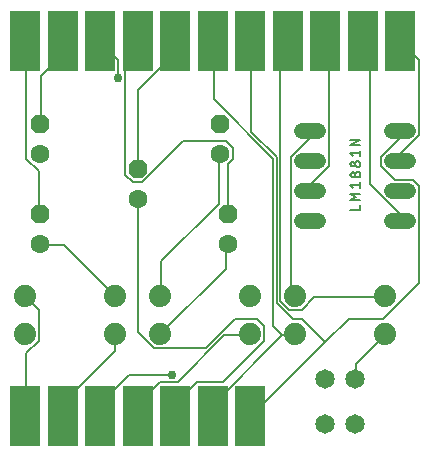
<source format=gbr>
G04 EAGLE Gerber RS-274X export*
G75*
%MOMM*%
%FSLAX34Y34*%
%LPD*%
%INTop Copper*%
%IPPOS*%
%AMOC8*
5,1,8,0,0,1.08239X$1,22.5*%
G01*
%ADD10P,1.732040X8X112.500000*%
%ADD11C,1.600200*%
%ADD12C,1.320800*%
%ADD13C,0.152400*%
%ADD14C,1.879600*%
%ADD15C,1.651000*%
%ADD16R,2.540000X5.080000*%
%ADD17C,0.756400*%


D10*
X184150Y400050D03*
D11*
X184150Y374650D03*
D12*
X323596Y431800D02*
X336804Y431800D01*
X336804Y406400D02*
X323596Y406400D01*
X323596Y381000D02*
X336804Y381000D01*
X336804Y355600D02*
X323596Y355600D01*
X399796Y355600D02*
X413004Y355600D01*
X413004Y381000D02*
X399796Y381000D01*
X399796Y406400D02*
X413004Y406400D01*
X413004Y431800D02*
X399796Y431800D01*
D13*
X372712Y365405D02*
X364236Y365405D01*
X372712Y365405D02*
X372712Y369172D01*
X372712Y373308D02*
X364236Y373308D01*
X368945Y376134D01*
X364236Y378959D01*
X372712Y378959D01*
X366120Y383679D02*
X364236Y386034D01*
X372712Y386034D01*
X372712Y388388D02*
X372712Y383679D01*
X370358Y392680D02*
X370262Y392682D01*
X370166Y392688D01*
X370071Y392698D01*
X369976Y392711D01*
X369881Y392729D01*
X369787Y392750D01*
X369695Y392775D01*
X369603Y392804D01*
X369513Y392837D01*
X369424Y392873D01*
X369337Y392913D01*
X369251Y392957D01*
X369167Y393003D01*
X369085Y393054D01*
X369006Y393107D01*
X368928Y393164D01*
X368853Y393224D01*
X368780Y393287D01*
X368711Y393353D01*
X368643Y393421D01*
X368579Y393492D01*
X368518Y393566D01*
X368459Y393643D01*
X368404Y393721D01*
X368352Y393802D01*
X368304Y393885D01*
X368258Y393970D01*
X368217Y394056D01*
X368179Y394144D01*
X368144Y394234D01*
X368113Y394325D01*
X368086Y394417D01*
X368063Y394510D01*
X368044Y394604D01*
X368028Y394699D01*
X368016Y394794D01*
X368008Y394890D01*
X368004Y394986D01*
X368004Y395082D01*
X368008Y395178D01*
X368016Y395274D01*
X368028Y395369D01*
X368044Y395464D01*
X368063Y395558D01*
X368086Y395651D01*
X368113Y395743D01*
X368144Y395834D01*
X368179Y395924D01*
X368217Y396012D01*
X368258Y396098D01*
X368304Y396183D01*
X368352Y396266D01*
X368404Y396347D01*
X368459Y396425D01*
X368518Y396502D01*
X368579Y396576D01*
X368643Y396647D01*
X368711Y396715D01*
X368780Y396781D01*
X368853Y396844D01*
X368928Y396904D01*
X369006Y396961D01*
X369085Y397014D01*
X369167Y397065D01*
X369251Y397111D01*
X369337Y397155D01*
X369424Y397195D01*
X369513Y397231D01*
X369603Y397264D01*
X369695Y397293D01*
X369787Y397318D01*
X369881Y397339D01*
X369976Y397357D01*
X370071Y397370D01*
X370166Y397380D01*
X370262Y397386D01*
X370358Y397388D01*
X370454Y397386D01*
X370550Y397380D01*
X370645Y397370D01*
X370740Y397357D01*
X370835Y397339D01*
X370929Y397318D01*
X371021Y397293D01*
X371113Y397264D01*
X371203Y397231D01*
X371292Y397195D01*
X371379Y397155D01*
X371465Y397111D01*
X371549Y397065D01*
X371631Y397014D01*
X371710Y396961D01*
X371788Y396904D01*
X371863Y396844D01*
X371936Y396781D01*
X372005Y396715D01*
X372073Y396647D01*
X372137Y396576D01*
X372198Y396502D01*
X372257Y396425D01*
X372312Y396347D01*
X372364Y396266D01*
X372412Y396183D01*
X372458Y396098D01*
X372499Y396012D01*
X372537Y395924D01*
X372572Y395834D01*
X372603Y395743D01*
X372630Y395651D01*
X372653Y395558D01*
X372672Y395464D01*
X372688Y395369D01*
X372700Y395274D01*
X372708Y395178D01*
X372712Y395082D01*
X372712Y394986D01*
X372708Y394890D01*
X372700Y394794D01*
X372688Y394699D01*
X372672Y394604D01*
X372653Y394510D01*
X372630Y394417D01*
X372603Y394325D01*
X372572Y394234D01*
X372537Y394144D01*
X372499Y394056D01*
X372458Y393970D01*
X372412Y393885D01*
X372364Y393802D01*
X372312Y393721D01*
X372257Y393643D01*
X372198Y393566D01*
X372137Y393492D01*
X372073Y393421D01*
X372005Y393353D01*
X371936Y393287D01*
X371863Y393224D01*
X371788Y393164D01*
X371710Y393107D01*
X371631Y393054D01*
X371549Y393003D01*
X371465Y392957D01*
X371379Y392913D01*
X371292Y392873D01*
X371203Y392837D01*
X371113Y392804D01*
X371021Y392775D01*
X370929Y392750D01*
X370835Y392729D01*
X370740Y392711D01*
X370645Y392698D01*
X370550Y392688D01*
X370454Y392682D01*
X370358Y392680D01*
X366120Y393150D02*
X366034Y393152D01*
X365949Y393158D01*
X365863Y393168D01*
X365779Y393181D01*
X365695Y393199D01*
X365612Y393220D01*
X365530Y393245D01*
X365449Y393274D01*
X365369Y393306D01*
X365292Y393342D01*
X365215Y393381D01*
X365141Y393424D01*
X365069Y393470D01*
X364999Y393520D01*
X364931Y393573D01*
X364866Y393628D01*
X364803Y393687D01*
X364743Y393748D01*
X364686Y393812D01*
X364632Y393879D01*
X364581Y393948D01*
X364533Y394019D01*
X364488Y394092D01*
X364447Y394167D01*
X364410Y394244D01*
X364375Y394323D01*
X364345Y394403D01*
X364318Y394485D01*
X364295Y394567D01*
X364275Y394651D01*
X364260Y394735D01*
X364248Y394820D01*
X364240Y394905D01*
X364236Y394991D01*
X364236Y395077D01*
X364240Y395163D01*
X364248Y395248D01*
X364260Y395333D01*
X364275Y395417D01*
X364295Y395501D01*
X364318Y395583D01*
X364345Y395665D01*
X364375Y395745D01*
X364410Y395824D01*
X364447Y395901D01*
X364488Y395976D01*
X364533Y396049D01*
X364581Y396120D01*
X364632Y396189D01*
X364686Y396256D01*
X364743Y396320D01*
X364803Y396381D01*
X364866Y396440D01*
X364931Y396495D01*
X364999Y396548D01*
X365069Y396598D01*
X365141Y396644D01*
X365215Y396687D01*
X365292Y396726D01*
X365369Y396762D01*
X365449Y396794D01*
X365530Y396823D01*
X365612Y396848D01*
X365695Y396869D01*
X365779Y396887D01*
X365863Y396900D01*
X365949Y396910D01*
X366034Y396916D01*
X366120Y396918D01*
X366206Y396916D01*
X366291Y396910D01*
X366377Y396900D01*
X366461Y396887D01*
X366545Y396869D01*
X366628Y396848D01*
X366710Y396823D01*
X366791Y396794D01*
X366871Y396762D01*
X366948Y396726D01*
X367025Y396687D01*
X367099Y396644D01*
X367171Y396598D01*
X367241Y396548D01*
X367309Y396495D01*
X367374Y396440D01*
X367437Y396381D01*
X367497Y396320D01*
X367554Y396256D01*
X367608Y396189D01*
X367659Y396120D01*
X367707Y396049D01*
X367752Y395976D01*
X367793Y395901D01*
X367830Y395824D01*
X367865Y395745D01*
X367895Y395665D01*
X367922Y395583D01*
X367945Y395501D01*
X367965Y395417D01*
X367980Y395333D01*
X367992Y395248D01*
X368000Y395163D01*
X368004Y395077D01*
X368004Y394991D01*
X368000Y394905D01*
X367992Y394820D01*
X367980Y394735D01*
X367965Y394651D01*
X367945Y394567D01*
X367922Y394485D01*
X367895Y394403D01*
X367865Y394323D01*
X367830Y394244D01*
X367793Y394167D01*
X367752Y394092D01*
X367707Y394019D01*
X367659Y393948D01*
X367608Y393879D01*
X367554Y393812D01*
X367497Y393748D01*
X367437Y393687D01*
X367374Y393628D01*
X367309Y393573D01*
X367241Y393520D01*
X367171Y393470D01*
X367099Y393424D01*
X367025Y393381D01*
X366948Y393342D01*
X366871Y393306D01*
X366791Y393274D01*
X366710Y393245D01*
X366628Y393220D01*
X366545Y393199D01*
X366461Y393181D01*
X366377Y393168D01*
X366291Y393158D01*
X366206Y393152D01*
X366120Y393150D01*
X370358Y401680D02*
X370262Y401682D01*
X370166Y401688D01*
X370071Y401698D01*
X369976Y401711D01*
X369881Y401729D01*
X369787Y401750D01*
X369695Y401775D01*
X369603Y401804D01*
X369513Y401837D01*
X369424Y401873D01*
X369337Y401913D01*
X369251Y401957D01*
X369167Y402003D01*
X369085Y402054D01*
X369006Y402107D01*
X368928Y402164D01*
X368853Y402224D01*
X368780Y402287D01*
X368711Y402353D01*
X368643Y402421D01*
X368579Y402492D01*
X368518Y402566D01*
X368459Y402643D01*
X368404Y402721D01*
X368352Y402802D01*
X368304Y402885D01*
X368258Y402970D01*
X368217Y403056D01*
X368179Y403144D01*
X368144Y403234D01*
X368113Y403325D01*
X368086Y403417D01*
X368063Y403510D01*
X368044Y403604D01*
X368028Y403699D01*
X368016Y403794D01*
X368008Y403890D01*
X368004Y403986D01*
X368004Y404082D01*
X368008Y404178D01*
X368016Y404274D01*
X368028Y404369D01*
X368044Y404464D01*
X368063Y404558D01*
X368086Y404651D01*
X368113Y404743D01*
X368144Y404834D01*
X368179Y404924D01*
X368217Y405012D01*
X368258Y405098D01*
X368304Y405183D01*
X368352Y405266D01*
X368404Y405347D01*
X368459Y405425D01*
X368518Y405502D01*
X368579Y405576D01*
X368643Y405647D01*
X368711Y405715D01*
X368780Y405781D01*
X368853Y405844D01*
X368928Y405904D01*
X369006Y405961D01*
X369085Y406014D01*
X369167Y406065D01*
X369251Y406111D01*
X369337Y406155D01*
X369424Y406195D01*
X369513Y406231D01*
X369603Y406264D01*
X369695Y406293D01*
X369787Y406318D01*
X369881Y406339D01*
X369976Y406357D01*
X370071Y406370D01*
X370166Y406380D01*
X370262Y406386D01*
X370358Y406388D01*
X370454Y406386D01*
X370550Y406380D01*
X370645Y406370D01*
X370740Y406357D01*
X370835Y406339D01*
X370929Y406318D01*
X371021Y406293D01*
X371113Y406264D01*
X371203Y406231D01*
X371292Y406195D01*
X371379Y406155D01*
X371465Y406111D01*
X371549Y406065D01*
X371631Y406014D01*
X371710Y405961D01*
X371788Y405904D01*
X371863Y405844D01*
X371936Y405781D01*
X372005Y405715D01*
X372073Y405647D01*
X372137Y405576D01*
X372198Y405502D01*
X372257Y405425D01*
X372312Y405347D01*
X372364Y405266D01*
X372412Y405183D01*
X372458Y405098D01*
X372499Y405012D01*
X372537Y404924D01*
X372572Y404834D01*
X372603Y404743D01*
X372630Y404651D01*
X372653Y404558D01*
X372672Y404464D01*
X372688Y404369D01*
X372700Y404274D01*
X372708Y404178D01*
X372712Y404082D01*
X372712Y403986D01*
X372708Y403890D01*
X372700Y403794D01*
X372688Y403699D01*
X372672Y403604D01*
X372653Y403510D01*
X372630Y403417D01*
X372603Y403325D01*
X372572Y403234D01*
X372537Y403144D01*
X372499Y403056D01*
X372458Y402970D01*
X372412Y402885D01*
X372364Y402802D01*
X372312Y402721D01*
X372257Y402643D01*
X372198Y402566D01*
X372137Y402492D01*
X372073Y402421D01*
X372005Y402353D01*
X371936Y402287D01*
X371863Y402224D01*
X371788Y402164D01*
X371710Y402107D01*
X371631Y402054D01*
X371549Y402003D01*
X371465Y401957D01*
X371379Y401913D01*
X371292Y401873D01*
X371203Y401837D01*
X371113Y401804D01*
X371021Y401775D01*
X370929Y401750D01*
X370835Y401729D01*
X370740Y401711D01*
X370645Y401698D01*
X370550Y401688D01*
X370454Y401682D01*
X370358Y401680D01*
X366120Y402150D02*
X366034Y402152D01*
X365949Y402158D01*
X365863Y402168D01*
X365779Y402181D01*
X365695Y402199D01*
X365612Y402220D01*
X365530Y402245D01*
X365449Y402274D01*
X365369Y402306D01*
X365292Y402342D01*
X365215Y402381D01*
X365141Y402424D01*
X365069Y402470D01*
X364999Y402520D01*
X364931Y402573D01*
X364866Y402628D01*
X364803Y402687D01*
X364743Y402748D01*
X364686Y402812D01*
X364632Y402879D01*
X364581Y402948D01*
X364533Y403019D01*
X364488Y403092D01*
X364447Y403167D01*
X364410Y403244D01*
X364375Y403323D01*
X364345Y403403D01*
X364318Y403485D01*
X364295Y403567D01*
X364275Y403651D01*
X364260Y403735D01*
X364248Y403820D01*
X364240Y403905D01*
X364236Y403991D01*
X364236Y404077D01*
X364240Y404163D01*
X364248Y404248D01*
X364260Y404333D01*
X364275Y404417D01*
X364295Y404501D01*
X364318Y404583D01*
X364345Y404665D01*
X364375Y404745D01*
X364410Y404824D01*
X364447Y404901D01*
X364488Y404976D01*
X364533Y405049D01*
X364581Y405120D01*
X364632Y405189D01*
X364686Y405256D01*
X364743Y405320D01*
X364803Y405381D01*
X364866Y405440D01*
X364931Y405495D01*
X364999Y405548D01*
X365069Y405598D01*
X365141Y405644D01*
X365215Y405687D01*
X365292Y405726D01*
X365369Y405762D01*
X365449Y405794D01*
X365530Y405823D01*
X365612Y405848D01*
X365695Y405869D01*
X365779Y405887D01*
X365863Y405900D01*
X365949Y405910D01*
X366034Y405916D01*
X366120Y405918D01*
X366206Y405916D01*
X366291Y405910D01*
X366377Y405900D01*
X366461Y405887D01*
X366545Y405869D01*
X366628Y405848D01*
X366710Y405823D01*
X366791Y405794D01*
X366871Y405762D01*
X366948Y405726D01*
X367025Y405687D01*
X367099Y405644D01*
X367171Y405598D01*
X367241Y405548D01*
X367309Y405495D01*
X367374Y405440D01*
X367437Y405381D01*
X367497Y405320D01*
X367554Y405256D01*
X367608Y405189D01*
X367659Y405120D01*
X367707Y405049D01*
X367752Y404976D01*
X367793Y404901D01*
X367830Y404824D01*
X367865Y404745D01*
X367895Y404665D01*
X367922Y404583D01*
X367945Y404501D01*
X367965Y404417D01*
X367980Y404333D01*
X367992Y404248D01*
X368000Y404163D01*
X368004Y404077D01*
X368004Y403991D01*
X368000Y403905D01*
X367992Y403820D01*
X367980Y403735D01*
X367965Y403651D01*
X367945Y403567D01*
X367922Y403485D01*
X367895Y403403D01*
X367865Y403323D01*
X367830Y403244D01*
X367793Y403167D01*
X367752Y403092D01*
X367707Y403019D01*
X367659Y402948D01*
X367608Y402879D01*
X367554Y402812D01*
X367497Y402748D01*
X367437Y402687D01*
X367374Y402628D01*
X367309Y402573D01*
X367241Y402520D01*
X367171Y402470D01*
X367099Y402424D01*
X367025Y402381D01*
X366948Y402342D01*
X366871Y402306D01*
X366791Y402274D01*
X366710Y402245D01*
X366628Y402220D01*
X366545Y402199D01*
X366461Y402181D01*
X366377Y402168D01*
X366291Y402158D01*
X366206Y402152D01*
X366120Y402150D01*
X366120Y410679D02*
X364236Y413034D01*
X372712Y413034D01*
X372712Y415388D02*
X372712Y410679D01*
X372712Y419979D02*
X364236Y419979D01*
X372712Y424688D01*
X364236Y424688D01*
D14*
X165100Y292100D03*
X88900Y292100D03*
X165100Y260350D03*
X88900Y260350D03*
X279400Y292100D03*
X203200Y292100D03*
X279400Y260350D03*
X203200Y260350D03*
X317500Y260350D03*
X393700Y260350D03*
X317500Y292100D03*
X393700Y292100D03*
D15*
X368300Y222250D03*
X342900Y222250D03*
D10*
X101600Y438150D03*
D11*
X101600Y412750D03*
D10*
X254000Y438150D03*
D11*
X254000Y412750D03*
D10*
X101600Y361950D03*
D11*
X101600Y336550D03*
D10*
X260350Y361950D03*
D11*
X260350Y336550D03*
D16*
X88900Y190500D03*
X120650Y190500D03*
X152400Y190500D03*
X184150Y190500D03*
X215900Y190500D03*
X279400Y190500D03*
X247650Y190500D03*
X88900Y508000D03*
X120650Y508000D03*
X152400Y508000D03*
X184150Y508000D03*
X215900Y508000D03*
X279400Y508000D03*
X247650Y508000D03*
X311150Y508000D03*
X342900Y508000D03*
X374650Y508000D03*
X406400Y508000D03*
D15*
X342900Y184150D03*
X368300Y184150D03*
D13*
X121920Y335280D02*
X102108Y335280D01*
X121920Y335280D02*
X165100Y292100D01*
X102108Y335280D02*
X101600Y336550D01*
X100584Y362712D02*
X100584Y397764D01*
X89916Y408432D01*
X89916Y507492D01*
X100584Y362712D02*
X101600Y361950D01*
X89916Y507492D02*
X88900Y508000D01*
X102108Y478536D02*
X102108Y438912D01*
X102108Y478536D02*
X120396Y496824D01*
X120396Y507492D01*
X102108Y438912D02*
X101600Y438150D01*
X120396Y507492D02*
X120650Y508000D01*
X167640Y492252D02*
X167640Y477012D01*
X167640Y492252D02*
X152400Y507492D01*
X152400Y508000D01*
D17*
X167640Y477012D03*
D13*
X259080Y335280D02*
X259080Y315468D01*
X204216Y260604D01*
X259080Y335280D02*
X260350Y336550D01*
X204216Y260604D02*
X203200Y260350D01*
X260604Y362712D02*
X260604Y403860D01*
X265176Y408432D01*
X265176Y417576D01*
X259080Y423672D01*
X222504Y423672D01*
X187452Y388620D01*
X179832Y388620D01*
X173736Y394716D01*
X173736Y498348D01*
X182880Y507492D01*
X260604Y362712D02*
X260350Y361950D01*
X184150Y508000D02*
X182880Y507492D01*
X184404Y373380D02*
X184404Y262128D01*
X198120Y248412D01*
X242316Y248412D01*
X266700Y272796D01*
X284988Y272796D01*
X291084Y266700D01*
X291084Y254508D01*
X256032Y219456D01*
X234696Y219456D01*
X216408Y201168D01*
X216408Y190500D01*
X184404Y373380D02*
X184150Y374650D01*
X215900Y190500D02*
X216408Y190500D01*
X184404Y400812D02*
X184404Y466344D01*
X214884Y496824D01*
X214884Y507492D01*
X184404Y400812D02*
X184150Y400050D01*
X214884Y507492D02*
X215900Y508000D01*
X248412Y201168D02*
X248412Y190500D01*
X248412Y201168D02*
X306324Y259080D01*
X316992Y259080D01*
X248412Y190500D02*
X247650Y190500D01*
X316992Y259080D02*
X317500Y260350D01*
X248412Y458724D02*
X248412Y507492D01*
X248412Y458724D02*
X298704Y408432D01*
X298704Y266700D01*
X306324Y259080D01*
X248412Y507492D02*
X247650Y508000D01*
X405384Y431292D02*
X405384Y425196D01*
X390144Y409956D01*
X390144Y402336D01*
X402336Y390144D01*
X417576Y390144D01*
X422148Y385572D01*
X422148Y303276D01*
X391668Y272796D01*
X362712Y272796D01*
X342900Y252984D02*
X280416Y190500D01*
X342900Y252984D02*
X362712Y272796D01*
X405384Y431292D02*
X406400Y431800D01*
X280416Y190500D02*
X279400Y190500D01*
X280416Y431292D02*
X280416Y507492D01*
X280416Y431292D02*
X301752Y409956D01*
X301752Y286512D01*
X315468Y272796D01*
X323088Y272796D01*
X342900Y252984D01*
X280416Y507492D02*
X279400Y508000D01*
X333756Y291084D02*
X393192Y291084D01*
X333756Y291084D02*
X323088Y280416D01*
X312420Y280416D01*
X304800Y288036D01*
X304800Y501396D01*
X310896Y507492D01*
X393700Y292100D02*
X393192Y291084D01*
X310896Y507492D02*
X311150Y508000D01*
X330708Y387096D02*
X330708Y381000D01*
X330708Y387096D02*
X345948Y402336D01*
X345948Y504444D01*
X342900Y507492D01*
X330708Y381000D02*
X330200Y381000D01*
X342900Y507492D02*
X342900Y508000D01*
X405384Y362712D02*
X405384Y356616D01*
X405384Y362712D02*
X381000Y387096D01*
X381000Y501396D01*
X374904Y507492D01*
X405384Y356616D02*
X406400Y355600D01*
X374904Y507492D02*
X374650Y508000D01*
X406908Y413004D02*
X406908Y406908D01*
X406908Y413004D02*
X422148Y428244D01*
X422148Y492252D01*
X406400Y508000D01*
X406908Y406908D02*
X406400Y406400D01*
X368808Y234696D02*
X368808Y222504D01*
X368808Y234696D02*
X393192Y259080D01*
X368808Y222504D02*
X368300Y222250D01*
X393192Y259080D02*
X393700Y260350D01*
X89916Y243840D02*
X89916Y190500D01*
X89916Y243840D02*
X100584Y254508D01*
X100584Y280416D01*
X88900Y292100D01*
X88900Y190500D02*
X89916Y190500D01*
X176784Y225552D02*
X213360Y225552D01*
X176784Y225552D02*
X152400Y201168D01*
X152400Y190500D01*
D17*
X213360Y225552D03*
D13*
X257556Y259080D02*
X278892Y259080D01*
X257556Y259080D02*
X217932Y219456D01*
X202692Y219456D01*
X184404Y201168D01*
X184404Y190500D01*
X278892Y259080D02*
X279400Y260350D01*
X184404Y190500D02*
X184150Y190500D01*
X329184Y425196D02*
X329184Y431292D01*
X329184Y425196D02*
X313944Y409956D01*
X313944Y295656D01*
X317500Y292100D01*
X329184Y431292D02*
X330200Y431800D01*
X164592Y259080D02*
X164592Y245364D01*
X121920Y202692D01*
X121920Y190500D01*
X164592Y259080D02*
X165100Y260350D01*
X121920Y190500D02*
X120650Y190500D01*
X252984Y370332D02*
X252984Y411480D01*
X252984Y370332D02*
X204216Y321564D01*
X204216Y292608D01*
X252984Y411480D02*
X254000Y412750D01*
X204216Y292608D02*
X203200Y292100D01*
M02*

</source>
